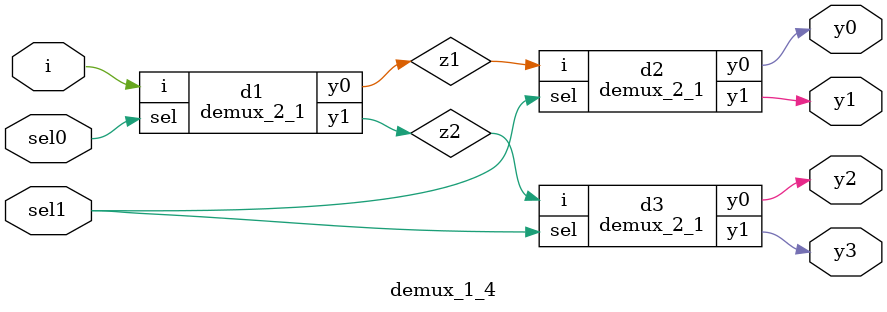
<source format=v>
module demux_2_1(
input sel,
input i,
output y0, y1);
assign {y0,y1} = sel?{1'b0,i}: {i,1'b0};
endmodule
module demux_1_4(
input sel0, sel1,
input i,
output y0, y1, y2, y3);
wire z1,z2;
demux_2_1 d1(sel0, i, z1, z2);
demux_2_1 d2(sel1, z1, y0, y1);
demux_2_1 d3(sel1, z2, y2, y3);
endmodule

</source>
